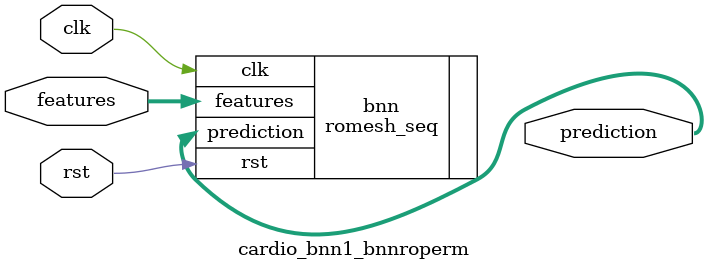
<source format=v>














module cardio_bnn1_bnnroperm #(

parameter FEAT_CNT = 19,
parameter HIDDEN_CNT = 40,
parameter FEAT_BITS = 4,
parameter CLASS_CNT = 3,
parameter TEST_CNT = 1000


  ) (
  input clk,
  input rst,
  input [FEAT_CNT*FEAT_BITS-1:0] features,
  output [$clog2(CLASS_CNT)-1:0] prediction
  );

  localparam Weights0 = 760'b1110000110110101010011010111011011101101110101001000010100111010010000101110111100001011001111001101101101101110100010000000110011110010111001001010101011001011110001100011100000111011101100100010110110011000111100101110101000101000001001000110000011000001100011000101101000000110000000001100100011000101100001110001000010110001010011010101010010010100000010100100111000100000010000001110101111010110010101001001010001000111101011000101100010010010110100011010010000100011101000001101111110010010100111111100100011000000111101110100001011000010110101111110110100011010011101000000010000001100000001010010000111100100000100101010000000001101110100101010101011100111000111111000001110100111001010111001010011101101011010101100110010001111011000111101000110101011 ;
  localparam Weights1 = 120'b100111001101000001001001110101000100000111111001000100000010111111100110010111111111110100010000001010101000111001011111 ;

  romesh_seq #(.FEAT_CNT(FEAT_CNT),.FEAT_BITS(FEAT_BITS),.HIDDEN_CNT(HIDDEN_CNT),.CLASS_CNT(CLASS_CNT),.Weights0(Weights0),.Weights1(Weights1)) bnn (
    .clk(clk),
    .rst(rst),
    .features(features),
    .prediction(prediction)
  );

endmodule

</source>
